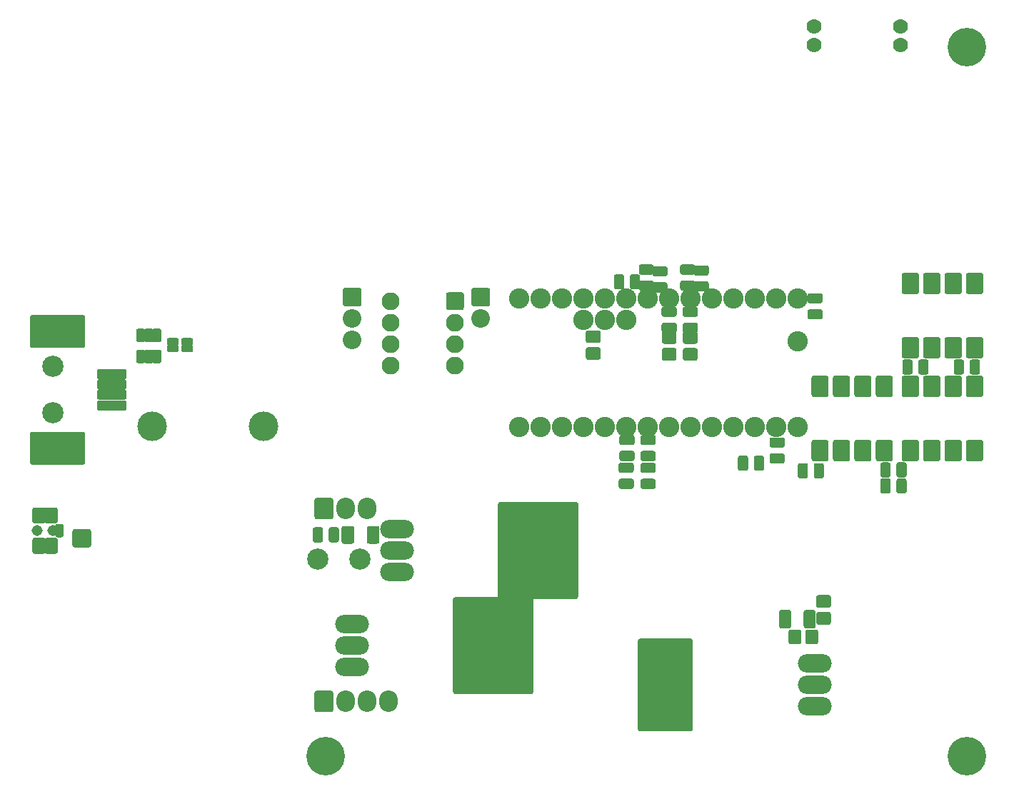
<source format=gbs>
G04 #@! TF.GenerationSoftware,KiCad,Pcbnew,5.1.9+dfsg1-1~bpo10+1*
G04 #@! TF.CreationDate,2021-11-10T17:09:55+00:00*
G04 #@! TF.ProjectId,dropbot_control_board,64726f70-626f-4745-9f63-6f6e74726f6c,v3.6*
G04 #@! TF.SameCoordinates,Original*
G04 #@! TF.FileFunction,Soldermask,Bot*
G04 #@! TF.FilePolarity,Negative*
%FSLAX46Y46*%
G04 Gerber Fmt 4.6, Leading zero omitted, Abs format (unit mm)*
G04 Created by KiCad (PCBNEW 5.1.9+dfsg1-1~bpo10+1) date 2021-11-10 17:09:55*
%MOMM*%
%LPD*%
G01*
G04 APERTURE LIST*
%ADD10C,3.508000*%
%ADD11O,2.235200X2.540000*%
%ADD12O,4.008120X2.207260*%
%ADD13C,2.506980*%
%ADD14C,1.778000*%
%ADD15C,4.572000*%
%ADD16C,1.308000*%
%ADD17C,2.508000*%
%ADD18O,2.208000X2.208000*%
%ADD19O,2.108000X2.108000*%
%ADD20C,2.408000*%
G04 APERTURE END LIST*
D10*
X60570000Y-69900000D03*
X47430000Y-69900000D03*
G36*
G01*
X68630600Y-103821000D02*
X66903400Y-103821000D01*
G75*
G02*
X66649400Y-103567000I0J254000D01*
G01*
X66649400Y-101535000D01*
G75*
G02*
X66903400Y-101281000I254000J0D01*
G01*
X68630600Y-101281000D01*
G75*
G02*
X68884600Y-101535000I0J-254000D01*
G01*
X68884600Y-103567000D01*
G75*
G02*
X68630600Y-103821000I-254000J0D01*
G01*
G37*
D11*
X70307000Y-102551000D03*
X72847000Y-102551000D03*
X75387000Y-102551000D03*
D12*
X76403000Y-84644000D03*
X76403000Y-87184000D03*
X76403000Y-82104000D03*
G36*
G01*
X97667000Y-90398000D02*
X88667000Y-90398000D01*
G75*
G02*
X88413000Y-90144000I0J254000D01*
G01*
X88413000Y-79144000D01*
G75*
G02*
X88667000Y-78890000I254000J0D01*
G01*
X97667000Y-78890000D01*
G75*
G02*
X97921000Y-79144000I0J-254000D01*
G01*
X97921000Y-90144000D01*
G75*
G02*
X97667000Y-90398000I-254000J0D01*
G01*
G37*
X71069000Y-95947000D03*
X71069000Y-98487000D03*
X71069000Y-93407000D03*
G36*
G01*
X92333000Y-101701000D02*
X83333000Y-101701000D01*
G75*
G02*
X83079000Y-101447000I0J254000D01*
G01*
X83079000Y-90447000D01*
G75*
G02*
X83333000Y-90193000I254000J0D01*
G01*
X92333000Y-90193000D01*
G75*
G02*
X92587000Y-90447000I0J-254000D01*
G01*
X92587000Y-101447000D01*
G75*
G02*
X92333000Y-101701000I-254000J0D01*
G01*
G37*
X126000000Y-100600000D03*
X126000000Y-98060000D03*
X126000000Y-103140000D03*
G36*
G01*
X105236000Y-95096000D02*
X111236000Y-95096000D01*
G75*
G02*
X111490000Y-95350000I0J-254000D01*
G01*
X111490000Y-105850000D01*
G75*
G02*
X111236000Y-106104000I-254000J0D01*
G01*
X105236000Y-106104000D01*
G75*
G02*
X104982000Y-105850000I0J254000D01*
G01*
X104982000Y-95350000D01*
G75*
G02*
X105236000Y-95096000I254000J0D01*
G01*
G37*
G36*
G01*
X136274000Y-66206000D02*
X136274000Y-64174000D01*
G75*
G02*
X136528000Y-63920000I254000J0D01*
G01*
X138052000Y-63920000D01*
G75*
G02*
X138306000Y-64174000I0J-254000D01*
G01*
X138306000Y-66206000D01*
G75*
G02*
X138052000Y-66460000I-254000J0D01*
G01*
X136528000Y-66460000D01*
G75*
G02*
X136274000Y-66206000I0J254000D01*
G01*
G37*
G36*
G01*
X138814000Y-66206000D02*
X138814000Y-64174000D01*
G75*
G02*
X139068000Y-63920000I254000J0D01*
G01*
X140592000Y-63920000D01*
G75*
G02*
X140846000Y-64174000I0J-254000D01*
G01*
X140846000Y-66206000D01*
G75*
G02*
X140592000Y-66460000I-254000J0D01*
G01*
X139068000Y-66460000D01*
G75*
G02*
X138814000Y-66206000I0J254000D01*
G01*
G37*
G36*
G01*
X141354000Y-66206000D02*
X141354000Y-64174000D01*
G75*
G02*
X141608000Y-63920000I254000J0D01*
G01*
X143132000Y-63920000D01*
G75*
G02*
X143386000Y-64174000I0J-254000D01*
G01*
X143386000Y-66206000D01*
G75*
G02*
X143132000Y-66460000I-254000J0D01*
G01*
X141608000Y-66460000D01*
G75*
G02*
X141354000Y-66206000I0J254000D01*
G01*
G37*
G36*
G01*
X143894000Y-66206000D02*
X143894000Y-64174000D01*
G75*
G02*
X144148000Y-63920000I254000J0D01*
G01*
X145672000Y-63920000D01*
G75*
G02*
X145926000Y-64174000I0J-254000D01*
G01*
X145926000Y-66206000D01*
G75*
G02*
X145672000Y-66460000I-254000J0D01*
G01*
X144148000Y-66460000D01*
G75*
G02*
X143894000Y-66206000I0J254000D01*
G01*
G37*
G36*
G01*
X143894000Y-73826000D02*
X143894000Y-71794000D01*
G75*
G02*
X144148000Y-71540000I254000J0D01*
G01*
X145672000Y-71540000D01*
G75*
G02*
X145926000Y-71794000I0J-254000D01*
G01*
X145926000Y-73826000D01*
G75*
G02*
X145672000Y-74080000I-254000J0D01*
G01*
X144148000Y-74080000D01*
G75*
G02*
X143894000Y-73826000I0J254000D01*
G01*
G37*
G36*
G01*
X141354000Y-73826000D02*
X141354000Y-71794000D01*
G75*
G02*
X141608000Y-71540000I254000J0D01*
G01*
X143132000Y-71540000D01*
G75*
G02*
X143386000Y-71794000I0J-254000D01*
G01*
X143386000Y-73826000D01*
G75*
G02*
X143132000Y-74080000I-254000J0D01*
G01*
X141608000Y-74080000D01*
G75*
G02*
X141354000Y-73826000I0J254000D01*
G01*
G37*
G36*
G01*
X138814000Y-73826000D02*
X138814000Y-71794000D01*
G75*
G02*
X139068000Y-71540000I254000J0D01*
G01*
X140592000Y-71540000D01*
G75*
G02*
X140846000Y-71794000I0J-254000D01*
G01*
X140846000Y-73826000D01*
G75*
G02*
X140592000Y-74080000I-254000J0D01*
G01*
X139068000Y-74080000D01*
G75*
G02*
X138814000Y-73826000I0J254000D01*
G01*
G37*
G36*
G01*
X136274000Y-73826000D02*
X136274000Y-71794000D01*
G75*
G02*
X136528000Y-71540000I254000J0D01*
G01*
X138052000Y-71540000D01*
G75*
G02*
X138306000Y-71794000I0J-254000D01*
G01*
X138306000Y-73826000D01*
G75*
G02*
X138052000Y-74080000I-254000J0D01*
G01*
X136528000Y-74080000D01*
G75*
G02*
X136274000Y-73826000I0J254000D01*
G01*
G37*
G36*
G01*
X135226000Y-71794000D02*
X135226000Y-73826000D01*
G75*
G02*
X134972000Y-74080000I-254000J0D01*
G01*
X133448000Y-74080000D01*
G75*
G02*
X133194000Y-73826000I0J254000D01*
G01*
X133194000Y-71794000D01*
G75*
G02*
X133448000Y-71540000I254000J0D01*
G01*
X134972000Y-71540000D01*
G75*
G02*
X135226000Y-71794000I0J-254000D01*
G01*
G37*
G36*
G01*
X132686000Y-71794000D02*
X132686000Y-73826000D01*
G75*
G02*
X132432000Y-74080000I-254000J0D01*
G01*
X130908000Y-74080000D01*
G75*
G02*
X130654000Y-73826000I0J254000D01*
G01*
X130654000Y-71794000D01*
G75*
G02*
X130908000Y-71540000I254000J0D01*
G01*
X132432000Y-71540000D01*
G75*
G02*
X132686000Y-71794000I0J-254000D01*
G01*
G37*
G36*
G01*
X130146000Y-71794000D02*
X130146000Y-73826000D01*
G75*
G02*
X129892000Y-74080000I-254000J0D01*
G01*
X128368000Y-74080000D01*
G75*
G02*
X128114000Y-73826000I0J254000D01*
G01*
X128114000Y-71794000D01*
G75*
G02*
X128368000Y-71540000I254000J0D01*
G01*
X129892000Y-71540000D01*
G75*
G02*
X130146000Y-71794000I0J-254000D01*
G01*
G37*
G36*
G01*
X127606000Y-71794000D02*
X127606000Y-73826000D01*
G75*
G02*
X127352000Y-74080000I-254000J0D01*
G01*
X125828000Y-74080000D01*
G75*
G02*
X125574000Y-73826000I0J254000D01*
G01*
X125574000Y-71794000D01*
G75*
G02*
X125828000Y-71540000I254000J0D01*
G01*
X127352000Y-71540000D01*
G75*
G02*
X127606000Y-71794000I0J-254000D01*
G01*
G37*
G36*
G01*
X127606000Y-64174000D02*
X127606000Y-66206000D01*
G75*
G02*
X127352000Y-66460000I-254000J0D01*
G01*
X125828000Y-66460000D01*
G75*
G02*
X125574000Y-66206000I0J254000D01*
G01*
X125574000Y-64174000D01*
G75*
G02*
X125828000Y-63920000I254000J0D01*
G01*
X127352000Y-63920000D01*
G75*
G02*
X127606000Y-64174000I0J-254000D01*
G01*
G37*
G36*
G01*
X130146000Y-64174000D02*
X130146000Y-66206000D01*
G75*
G02*
X129892000Y-66460000I-254000J0D01*
G01*
X128368000Y-66460000D01*
G75*
G02*
X128114000Y-66206000I0J254000D01*
G01*
X128114000Y-64174000D01*
G75*
G02*
X128368000Y-63920000I254000J0D01*
G01*
X129892000Y-63920000D01*
G75*
G02*
X130146000Y-64174000I0J-254000D01*
G01*
G37*
G36*
G01*
X132686000Y-64174000D02*
X132686000Y-66206000D01*
G75*
G02*
X132432000Y-66460000I-254000J0D01*
G01*
X130908000Y-66460000D01*
G75*
G02*
X130654000Y-66206000I0J254000D01*
G01*
X130654000Y-64174000D01*
G75*
G02*
X130908000Y-63920000I254000J0D01*
G01*
X132432000Y-63920000D01*
G75*
G02*
X132686000Y-64174000I0J-254000D01*
G01*
G37*
G36*
G01*
X135226000Y-64174000D02*
X135226000Y-66206000D01*
G75*
G02*
X134972000Y-66460000I-254000J0D01*
G01*
X133448000Y-66460000D01*
G75*
G02*
X133194000Y-66206000I0J254000D01*
G01*
X133194000Y-64174000D01*
G75*
G02*
X133448000Y-63920000I254000J0D01*
G01*
X134972000Y-63920000D01*
G75*
G02*
X135226000Y-64174000I0J-254000D01*
G01*
G37*
G36*
G01*
X68630600Y-80961000D02*
X66903400Y-80961000D01*
G75*
G02*
X66649400Y-80707000I0J254000D01*
G01*
X66649400Y-78675000D01*
G75*
G02*
X66903400Y-78421000I254000J0D01*
G01*
X68630600Y-78421000D01*
G75*
G02*
X68884600Y-78675000I0J-254000D01*
G01*
X68884600Y-80707000D01*
G75*
G02*
X68630600Y-80961000I-254000J0D01*
G01*
G37*
D11*
X70307000Y-79691000D03*
X72847000Y-79691000D03*
D13*
X72044360Y-85660000D03*
X67043100Y-85660000D03*
G36*
G01*
X142446000Y-63550000D02*
X142446000Y-62250000D01*
G75*
G02*
X142700000Y-61996000I254000J0D01*
G01*
X143400000Y-61996000D01*
G75*
G02*
X143654000Y-62250000I0J-254000D01*
G01*
X143654000Y-63550000D01*
G75*
G02*
X143400000Y-63804000I-254000J0D01*
G01*
X142700000Y-63804000D01*
G75*
G02*
X142446000Y-63550000I0J254000D01*
G01*
G37*
G36*
G01*
X144346000Y-63550000D02*
X144346000Y-62250000D01*
G75*
G02*
X144600000Y-61996000I254000J0D01*
G01*
X145300000Y-61996000D01*
G75*
G02*
X145554000Y-62250000I0J-254000D01*
G01*
X145554000Y-63550000D01*
G75*
G02*
X145300000Y-63804000I-254000J0D01*
G01*
X144600000Y-63804000D01*
G75*
G02*
X144346000Y-63550000I0J254000D01*
G01*
G37*
G36*
G01*
X139454000Y-62250000D02*
X139454000Y-63550000D01*
G75*
G02*
X139200000Y-63804000I-254000J0D01*
G01*
X138500000Y-63804000D01*
G75*
G02*
X138246000Y-63550000I0J254000D01*
G01*
X138246000Y-62250000D01*
G75*
G02*
X138500000Y-61996000I254000J0D01*
G01*
X139200000Y-61996000D01*
G75*
G02*
X139454000Y-62250000I0J-254000D01*
G01*
G37*
G36*
G01*
X137554000Y-62250000D02*
X137554000Y-63550000D01*
G75*
G02*
X137300000Y-63804000I-254000J0D01*
G01*
X136600000Y-63804000D01*
G75*
G02*
X136346000Y-63550000I0J254000D01*
G01*
X136346000Y-62250000D01*
G75*
G02*
X136600000Y-61996000I254000J0D01*
G01*
X137300000Y-61996000D01*
G75*
G02*
X137554000Y-62250000I0J-254000D01*
G01*
G37*
G36*
G01*
X136854000Y-76350000D02*
X136854000Y-77650000D01*
G75*
G02*
X136600000Y-77904000I-254000J0D01*
G01*
X135900000Y-77904000D01*
G75*
G02*
X135646000Y-77650000I0J254000D01*
G01*
X135646000Y-76350000D01*
G75*
G02*
X135900000Y-76096000I254000J0D01*
G01*
X136600000Y-76096000D01*
G75*
G02*
X136854000Y-76350000I0J-254000D01*
G01*
G37*
G36*
G01*
X134954000Y-76350000D02*
X134954000Y-77650000D01*
G75*
G02*
X134700000Y-77904000I-254000J0D01*
G01*
X134000000Y-77904000D01*
G75*
G02*
X133746000Y-77650000I0J254000D01*
G01*
X133746000Y-76350000D01*
G75*
G02*
X134000000Y-76096000I254000J0D01*
G01*
X134700000Y-76096000D01*
G75*
G02*
X134954000Y-76350000I0J-254000D01*
G01*
G37*
G36*
G01*
X123946000Y-75850000D02*
X123946000Y-74550000D01*
G75*
G02*
X124200000Y-74296000I254000J0D01*
G01*
X124900000Y-74296000D01*
G75*
G02*
X125154000Y-74550000I0J-254000D01*
G01*
X125154000Y-75850000D01*
G75*
G02*
X124900000Y-76104000I-254000J0D01*
G01*
X124200000Y-76104000D01*
G75*
G02*
X123946000Y-75850000I0J254000D01*
G01*
G37*
G36*
G01*
X125846000Y-75850000D02*
X125846000Y-74550000D01*
G75*
G02*
X126100000Y-74296000I254000J0D01*
G01*
X126800000Y-74296000D01*
G75*
G02*
X127054000Y-74550000I0J-254000D01*
G01*
X127054000Y-75850000D01*
G75*
G02*
X126800000Y-76104000I-254000J0D01*
G01*
X126100000Y-76104000D01*
G75*
G02*
X125846000Y-75850000I0J254000D01*
G01*
G37*
G36*
G01*
X136854000Y-74450000D02*
X136854000Y-75750000D01*
G75*
G02*
X136600000Y-76004000I-254000J0D01*
G01*
X135900000Y-76004000D01*
G75*
G02*
X135646000Y-75750000I0J254000D01*
G01*
X135646000Y-74450000D01*
G75*
G02*
X135900000Y-74196000I254000J0D01*
G01*
X136600000Y-74196000D01*
G75*
G02*
X136854000Y-74450000I0J-254000D01*
G01*
G37*
G36*
G01*
X134954000Y-74450000D02*
X134954000Y-75750000D01*
G75*
G02*
X134700000Y-76004000I-254000J0D01*
G01*
X134000000Y-76004000D01*
G75*
G02*
X133746000Y-75750000I0J254000D01*
G01*
X133746000Y-74450000D01*
G75*
G02*
X134000000Y-74196000I254000J0D01*
G01*
X134700000Y-74196000D01*
G75*
G02*
X134954000Y-74450000I0J-254000D01*
G01*
G37*
G36*
G01*
X121746000Y-93650000D02*
X121746000Y-91950000D01*
G75*
G02*
X122000000Y-91696000I254000J0D01*
G01*
X122900000Y-91696000D01*
G75*
G02*
X123154000Y-91950000I0J-254000D01*
G01*
X123154000Y-93650000D01*
G75*
G02*
X122900000Y-93904000I-254000J0D01*
G01*
X122000000Y-93904000D01*
G75*
G02*
X121746000Y-93650000I0J254000D01*
G01*
G37*
G36*
G01*
X124646000Y-93650000D02*
X124646000Y-91950000D01*
G75*
G02*
X124900000Y-91696000I254000J0D01*
G01*
X125800000Y-91696000D01*
G75*
G02*
X126054000Y-91950000I0J-254000D01*
G01*
X126054000Y-93650000D01*
G75*
G02*
X125800000Y-93904000I-254000J0D01*
G01*
X124900000Y-93904000D01*
G75*
G02*
X124646000Y-93650000I0J254000D01*
G01*
G37*
G36*
G01*
X111550000Y-53854000D02*
X110250000Y-53854000D01*
G75*
G02*
X109996000Y-53600000I0J254000D01*
G01*
X109996000Y-52900000D01*
G75*
G02*
X110250000Y-52646000I254000J0D01*
G01*
X111550000Y-52646000D01*
G75*
G02*
X111804000Y-52900000I0J-254000D01*
G01*
X111804000Y-53600000D01*
G75*
G02*
X111550000Y-53854000I-254000J0D01*
G01*
G37*
G36*
G01*
X111550000Y-51954000D02*
X110250000Y-51954000D01*
G75*
G02*
X109996000Y-51700000I0J254000D01*
G01*
X109996000Y-51000000D01*
G75*
G02*
X110250000Y-50746000I254000J0D01*
G01*
X111550000Y-50746000D01*
G75*
G02*
X111804000Y-51000000I0J-254000D01*
G01*
X111804000Y-51700000D01*
G75*
G02*
X111550000Y-51954000I-254000J0D01*
G01*
G37*
G36*
G01*
X106650000Y-53854000D02*
X105350000Y-53854000D01*
G75*
G02*
X105096000Y-53600000I0J254000D01*
G01*
X105096000Y-52900000D01*
G75*
G02*
X105350000Y-52646000I254000J0D01*
G01*
X106650000Y-52646000D01*
G75*
G02*
X106904000Y-52900000I0J-254000D01*
G01*
X106904000Y-53600000D01*
G75*
G02*
X106650000Y-53854000I-254000J0D01*
G01*
G37*
G36*
G01*
X106650000Y-51954000D02*
X105350000Y-51954000D01*
G75*
G02*
X105096000Y-51700000I0J254000D01*
G01*
X105096000Y-51000000D01*
G75*
G02*
X105350000Y-50746000I254000J0D01*
G01*
X106650000Y-50746000D01*
G75*
G02*
X106904000Y-51000000I0J-254000D01*
G01*
X106904000Y-51700000D01*
G75*
G02*
X106650000Y-51954000I-254000J0D01*
G01*
G37*
G36*
G01*
X105550000Y-74246000D02*
X106850000Y-74246000D01*
G75*
G02*
X107104000Y-74500000I0J-254000D01*
G01*
X107104000Y-75200000D01*
G75*
G02*
X106850000Y-75454000I-254000J0D01*
G01*
X105550000Y-75454000D01*
G75*
G02*
X105296000Y-75200000I0J254000D01*
G01*
X105296000Y-74500000D01*
G75*
G02*
X105550000Y-74246000I254000J0D01*
G01*
G37*
G36*
G01*
X105550000Y-76146000D02*
X106850000Y-76146000D01*
G75*
G02*
X107104000Y-76400000I0J-254000D01*
G01*
X107104000Y-77100000D01*
G75*
G02*
X106850000Y-77354000I-254000J0D01*
G01*
X105550000Y-77354000D01*
G75*
G02*
X105296000Y-77100000I0J254000D01*
G01*
X105296000Y-76400000D01*
G75*
G02*
X105550000Y-76146000I254000J0D01*
G01*
G37*
G36*
G01*
X102950000Y-74246000D02*
X104250000Y-74246000D01*
G75*
G02*
X104504000Y-74500000I0J-254000D01*
G01*
X104504000Y-75200000D01*
G75*
G02*
X104250000Y-75454000I-254000J0D01*
G01*
X102950000Y-75454000D01*
G75*
G02*
X102696000Y-75200000I0J254000D01*
G01*
X102696000Y-74500000D01*
G75*
G02*
X102950000Y-74246000I254000J0D01*
G01*
G37*
G36*
G01*
X102950000Y-76146000D02*
X104250000Y-76146000D01*
G75*
G02*
X104504000Y-76400000I0J-254000D01*
G01*
X104504000Y-77100000D01*
G75*
G02*
X104250000Y-77354000I-254000J0D01*
G01*
X102950000Y-77354000D01*
G75*
G02*
X102696000Y-77100000I0J254000D01*
G01*
X102696000Y-76400000D01*
G75*
G02*
X102950000Y-76146000I254000J0D01*
G01*
G37*
D14*
X136130800Y-22473200D03*
X125869200Y-22473200D03*
X136130800Y-24733800D03*
X125869200Y-24733800D03*
G36*
G01*
X108075000Y-58646000D02*
X109325000Y-58646000D01*
G75*
G02*
X109579000Y-58900000I0J-254000D01*
G01*
X109579000Y-59900000D01*
G75*
G02*
X109325000Y-60154000I-254000J0D01*
G01*
X108075000Y-60154000D01*
G75*
G02*
X107821000Y-59900000I0J254000D01*
G01*
X107821000Y-58900000D01*
G75*
G02*
X108075000Y-58646000I254000J0D01*
G01*
G37*
G36*
G01*
X108075000Y-60646000D02*
X109325000Y-60646000D01*
G75*
G02*
X109579000Y-60900000I0J-254000D01*
G01*
X109579000Y-61900000D01*
G75*
G02*
X109325000Y-62154000I-254000J0D01*
G01*
X108075000Y-62154000D01*
G75*
G02*
X107821000Y-61900000I0J254000D01*
G01*
X107821000Y-60900000D01*
G75*
G02*
X108075000Y-60646000I254000J0D01*
G01*
G37*
G36*
G01*
X111825000Y-62154000D02*
X110575000Y-62154000D01*
G75*
G02*
X110321000Y-61900000I0J254000D01*
G01*
X110321000Y-60900000D01*
G75*
G02*
X110575000Y-60646000I254000J0D01*
G01*
X111825000Y-60646000D01*
G75*
G02*
X112079000Y-60900000I0J-254000D01*
G01*
X112079000Y-61900000D01*
G75*
G02*
X111825000Y-62154000I-254000J0D01*
G01*
G37*
G36*
G01*
X111825000Y-60154000D02*
X110575000Y-60154000D01*
G75*
G02*
X110321000Y-59900000I0J254000D01*
G01*
X110321000Y-58900000D01*
G75*
G02*
X110575000Y-58646000I254000J0D01*
G01*
X111825000Y-58646000D01*
G75*
G02*
X112079000Y-58900000I0J-254000D01*
G01*
X112079000Y-59900000D01*
G75*
G02*
X111825000Y-60154000I-254000J0D01*
G01*
G37*
G36*
G01*
X105254000Y-52150000D02*
X105254000Y-53450000D01*
G75*
G02*
X105000000Y-53704000I-254000J0D01*
G01*
X104300000Y-53704000D01*
G75*
G02*
X104046000Y-53450000I0J254000D01*
G01*
X104046000Y-52150000D01*
G75*
G02*
X104300000Y-51896000I254000J0D01*
G01*
X105000000Y-51896000D01*
G75*
G02*
X105254000Y-52150000I0J-254000D01*
G01*
G37*
G36*
G01*
X103354000Y-52150000D02*
X103354000Y-53450000D01*
G75*
G02*
X103100000Y-53704000I-254000J0D01*
G01*
X102400000Y-53704000D01*
G75*
G02*
X102146000Y-53450000I0J254000D01*
G01*
X102146000Y-52150000D01*
G75*
G02*
X102400000Y-51896000I254000J0D01*
G01*
X103100000Y-51896000D01*
G75*
G02*
X103354000Y-52150000I0J-254000D01*
G01*
G37*
G36*
G01*
X66446000Y-83450000D02*
X66446000Y-82150000D01*
G75*
G02*
X66700000Y-81896000I254000J0D01*
G01*
X67400000Y-81896000D01*
G75*
G02*
X67654000Y-82150000I0J-254000D01*
G01*
X67654000Y-83450000D01*
G75*
G02*
X67400000Y-83704000I-254000J0D01*
G01*
X66700000Y-83704000D01*
G75*
G02*
X66446000Y-83450000I0J254000D01*
G01*
G37*
G36*
G01*
X68346000Y-83450000D02*
X68346000Y-82150000D01*
G75*
G02*
X68600000Y-81896000I254000J0D01*
G01*
X69300000Y-81896000D01*
G75*
G02*
X69554000Y-82150000I0J-254000D01*
G01*
X69554000Y-83450000D01*
G75*
G02*
X69300000Y-83704000I-254000J0D01*
G01*
X68600000Y-83704000D01*
G75*
G02*
X68346000Y-83450000I0J254000D01*
G01*
G37*
G36*
G01*
X104350000Y-74054000D02*
X103050000Y-74054000D01*
G75*
G02*
X102796000Y-73800000I0J254000D01*
G01*
X102796000Y-73100000D01*
G75*
G02*
X103050000Y-72846000I254000J0D01*
G01*
X104350000Y-72846000D01*
G75*
G02*
X104604000Y-73100000I0J-254000D01*
G01*
X104604000Y-73800000D01*
G75*
G02*
X104350000Y-74054000I-254000J0D01*
G01*
G37*
G36*
G01*
X104350000Y-72154000D02*
X103050000Y-72154000D01*
G75*
G02*
X102796000Y-71900000I0J254000D01*
G01*
X102796000Y-71200000D01*
G75*
G02*
X103050000Y-70946000I254000J0D01*
G01*
X104350000Y-70946000D01*
G75*
G02*
X104604000Y-71200000I0J-254000D01*
G01*
X104604000Y-71900000D01*
G75*
G02*
X104350000Y-72154000I-254000J0D01*
G01*
G37*
G36*
G01*
X106850000Y-74054000D02*
X105550000Y-74054000D01*
G75*
G02*
X105296000Y-73800000I0J254000D01*
G01*
X105296000Y-73100000D01*
G75*
G02*
X105550000Y-72846000I254000J0D01*
G01*
X106850000Y-72846000D01*
G75*
G02*
X107104000Y-73100000I0J-254000D01*
G01*
X107104000Y-73800000D01*
G75*
G02*
X106850000Y-74054000I-254000J0D01*
G01*
G37*
G36*
G01*
X106850000Y-72154000D02*
X105550000Y-72154000D01*
G75*
G02*
X105296000Y-71900000I0J254000D01*
G01*
X105296000Y-71200000D01*
G75*
G02*
X105550000Y-70946000I254000J0D01*
G01*
X106850000Y-70946000D01*
G75*
G02*
X107104000Y-71200000I0J-254000D01*
G01*
X107104000Y-71900000D01*
G75*
G02*
X106850000Y-72154000I-254000J0D01*
G01*
G37*
G36*
G01*
X109350000Y-58854000D02*
X108050000Y-58854000D01*
G75*
G02*
X107796000Y-58600000I0J254000D01*
G01*
X107796000Y-57900000D01*
G75*
G02*
X108050000Y-57646000I254000J0D01*
G01*
X109350000Y-57646000D01*
G75*
G02*
X109604000Y-57900000I0J-254000D01*
G01*
X109604000Y-58600000D01*
G75*
G02*
X109350000Y-58854000I-254000J0D01*
G01*
G37*
G36*
G01*
X109350000Y-56954000D02*
X108050000Y-56954000D01*
G75*
G02*
X107796000Y-56700000I0J254000D01*
G01*
X107796000Y-56000000D01*
G75*
G02*
X108050000Y-55746000I254000J0D01*
G01*
X109350000Y-55746000D01*
G75*
G02*
X109604000Y-56000000I0J-254000D01*
G01*
X109604000Y-56700000D01*
G75*
G02*
X109350000Y-56954000I-254000J0D01*
G01*
G37*
G36*
G01*
X111850000Y-58854000D02*
X110550000Y-58854000D01*
G75*
G02*
X110296000Y-58600000I0J254000D01*
G01*
X110296000Y-57900000D01*
G75*
G02*
X110550000Y-57646000I254000J0D01*
G01*
X111850000Y-57646000D01*
G75*
G02*
X112104000Y-57900000I0J-254000D01*
G01*
X112104000Y-58600000D01*
G75*
G02*
X111850000Y-58854000I-254000J0D01*
G01*
G37*
G36*
G01*
X111850000Y-56954000D02*
X110550000Y-56954000D01*
G75*
G02*
X110296000Y-56700000I0J254000D01*
G01*
X110296000Y-56000000D01*
G75*
G02*
X110550000Y-55746000I254000J0D01*
G01*
X111850000Y-55746000D01*
G75*
G02*
X112104000Y-56000000I0J-254000D01*
G01*
X112104000Y-56700000D01*
G75*
G02*
X111850000Y-56954000I-254000J0D01*
G01*
G37*
G36*
G01*
X106950000Y-50946000D02*
X108250000Y-50946000D01*
G75*
G02*
X108504000Y-51200000I0J-254000D01*
G01*
X108504000Y-51900000D01*
G75*
G02*
X108250000Y-52154000I-254000J0D01*
G01*
X106950000Y-52154000D01*
G75*
G02*
X106696000Y-51900000I0J254000D01*
G01*
X106696000Y-51200000D01*
G75*
G02*
X106950000Y-50946000I254000J0D01*
G01*
G37*
G36*
G01*
X106950000Y-52846000D02*
X108250000Y-52846000D01*
G75*
G02*
X108504000Y-53100000I0J-254000D01*
G01*
X108504000Y-53800000D01*
G75*
G02*
X108250000Y-54054000I-254000J0D01*
G01*
X106950000Y-54054000D01*
G75*
G02*
X106696000Y-53800000I0J254000D01*
G01*
X106696000Y-53100000D01*
G75*
G02*
X106950000Y-52846000I254000J0D01*
G01*
G37*
G36*
G01*
X111850000Y-50846000D02*
X113150000Y-50846000D01*
G75*
G02*
X113404000Y-51100000I0J-254000D01*
G01*
X113404000Y-51800000D01*
G75*
G02*
X113150000Y-52054000I-254000J0D01*
G01*
X111850000Y-52054000D01*
G75*
G02*
X111596000Y-51800000I0J254000D01*
G01*
X111596000Y-51100000D01*
G75*
G02*
X111850000Y-50846000I254000J0D01*
G01*
G37*
G36*
G01*
X111850000Y-52746000D02*
X113150000Y-52746000D01*
G75*
G02*
X113404000Y-53000000I0J-254000D01*
G01*
X113404000Y-53700000D01*
G75*
G02*
X113150000Y-53954000I-254000J0D01*
G01*
X111850000Y-53954000D01*
G75*
G02*
X111596000Y-53700000I0J254000D01*
G01*
X111596000Y-53000000D01*
G75*
G02*
X111850000Y-52746000I254000J0D01*
G01*
G37*
D15*
X144000000Y-25000000D03*
G36*
G01*
X119954000Y-73650000D02*
X119954000Y-74950000D01*
G75*
G02*
X119700000Y-75204000I-254000J0D01*
G01*
X119000000Y-75204000D01*
G75*
G02*
X118746000Y-74950000I0J254000D01*
G01*
X118746000Y-73650000D01*
G75*
G02*
X119000000Y-73396000I254000J0D01*
G01*
X119700000Y-73396000D01*
G75*
G02*
X119954000Y-73650000I0J-254000D01*
G01*
G37*
G36*
G01*
X118054000Y-73650000D02*
X118054000Y-74950000D01*
G75*
G02*
X117800000Y-75204000I-254000J0D01*
G01*
X117100000Y-75204000D01*
G75*
G02*
X116846000Y-74950000I0J254000D01*
G01*
X116846000Y-73650000D01*
G75*
G02*
X117100000Y-73396000I254000J0D01*
G01*
X117800000Y-73396000D01*
G75*
G02*
X118054000Y-73650000I0J-254000D01*
G01*
G37*
G36*
G01*
X122150000Y-74354000D02*
X120850000Y-74354000D01*
G75*
G02*
X120596000Y-74100000I0J254000D01*
G01*
X120596000Y-73400000D01*
G75*
G02*
X120850000Y-73146000I254000J0D01*
G01*
X122150000Y-73146000D01*
G75*
G02*
X122404000Y-73400000I0J-254000D01*
G01*
X122404000Y-74100000D01*
G75*
G02*
X122150000Y-74354000I-254000J0D01*
G01*
G37*
G36*
G01*
X122150000Y-72454000D02*
X120850000Y-72454000D01*
G75*
G02*
X120596000Y-72200000I0J254000D01*
G01*
X120596000Y-71500000D01*
G75*
G02*
X120850000Y-71246000I254000J0D01*
G01*
X122150000Y-71246000D01*
G75*
G02*
X122404000Y-71500000I0J-254000D01*
G01*
X122404000Y-72200000D01*
G75*
G02*
X122150000Y-72454000I-254000J0D01*
G01*
G37*
G36*
G01*
X125350000Y-54146000D02*
X126650000Y-54146000D01*
G75*
G02*
X126904000Y-54400000I0J-254000D01*
G01*
X126904000Y-55100000D01*
G75*
G02*
X126650000Y-55354000I-254000J0D01*
G01*
X125350000Y-55354000D01*
G75*
G02*
X125096000Y-55100000I0J254000D01*
G01*
X125096000Y-54400000D01*
G75*
G02*
X125350000Y-54146000I254000J0D01*
G01*
G37*
G36*
G01*
X125350000Y-56046000D02*
X126650000Y-56046000D01*
G75*
G02*
X126904000Y-56300000I0J-254000D01*
G01*
X126904000Y-57000000D01*
G75*
G02*
X126650000Y-57254000I-254000J0D01*
G01*
X125350000Y-57254000D01*
G75*
G02*
X125096000Y-57000000I0J254000D01*
G01*
X125096000Y-56300000D01*
G75*
G02*
X125350000Y-56046000I254000J0D01*
G01*
G37*
X68000000Y-109000000D03*
X144000000Y-109000000D03*
G36*
G01*
X74354000Y-82000000D02*
X74354000Y-83600000D01*
G75*
G02*
X74100000Y-83854000I-254000J0D01*
G01*
X73100000Y-83854000D01*
G75*
G02*
X72846000Y-83600000I0J254000D01*
G01*
X72846000Y-82000000D01*
G75*
G02*
X73100000Y-81746000I254000J0D01*
G01*
X74100000Y-81746000D01*
G75*
G02*
X74354000Y-82000000I0J-254000D01*
G01*
G37*
G36*
G01*
X71354000Y-82000000D02*
X71354000Y-83600000D01*
G75*
G02*
X71100000Y-83854000I-254000J0D01*
G01*
X70100000Y-83854000D01*
G75*
G02*
X69846000Y-83600000I0J254000D01*
G01*
X69846000Y-82000000D01*
G75*
G02*
X70100000Y-81746000I254000J0D01*
G01*
X71100000Y-81746000D01*
G75*
G02*
X71354000Y-82000000I0J-254000D01*
G01*
G37*
G36*
G01*
X37946000Y-84050000D02*
X37946000Y-82350000D01*
G75*
G02*
X38200000Y-82096000I254000J0D01*
G01*
X39900000Y-82096000D01*
G75*
G02*
X40154000Y-82350000I0J-254000D01*
G01*
X40154000Y-84050000D01*
G75*
G02*
X39900000Y-84304000I-254000J0D01*
G01*
X38200000Y-84304000D01*
G75*
G02*
X37946000Y-84050000I0J254000D01*
G01*
G37*
G36*
G01*
X36650000Y-83104000D02*
X36150000Y-83104000D01*
G75*
G02*
X35896000Y-82850000I0J254000D01*
G01*
X35896000Y-81750000D01*
G75*
G02*
X36150000Y-81496000I254000J0D01*
G01*
X36650000Y-81496000D01*
G75*
G02*
X36904000Y-81750000I0J-254000D01*
G01*
X36904000Y-82850000D01*
G75*
G02*
X36650000Y-83104000I-254000J0D01*
G01*
G37*
D16*
X33800000Y-82300000D03*
G36*
G01*
X34500000Y-81454000D02*
X33450000Y-81454000D01*
G75*
G02*
X33196000Y-81200000I0J254000D01*
G01*
X33196000Y-79800000D01*
G75*
G02*
X33450000Y-79546000I254000J0D01*
G01*
X34500000Y-79546000D01*
G75*
G02*
X34754000Y-79800000I0J-254000D01*
G01*
X34754000Y-81200000D01*
G75*
G02*
X34500000Y-81454000I-254000J0D01*
G01*
G37*
G36*
G01*
X34500000Y-85054000D02*
X33450000Y-85054000D01*
G75*
G02*
X33196000Y-84800000I0J254000D01*
G01*
X33196000Y-83400000D01*
G75*
G02*
X33450000Y-83146000I254000J0D01*
G01*
X34500000Y-83146000D01*
G75*
G02*
X34754000Y-83400000I0J-254000D01*
G01*
X34754000Y-84800000D01*
G75*
G02*
X34500000Y-85054000I-254000J0D01*
G01*
G37*
G36*
G01*
X35950000Y-81454000D02*
X34900000Y-81454000D01*
G75*
G02*
X34646000Y-81200000I0J254000D01*
G01*
X34646000Y-79800000D01*
G75*
G02*
X34900000Y-79546000I254000J0D01*
G01*
X35950000Y-79546000D01*
G75*
G02*
X36204000Y-79800000I0J-254000D01*
G01*
X36204000Y-81200000D01*
G75*
G02*
X35950000Y-81454000I-254000J0D01*
G01*
G37*
G36*
G01*
X35950000Y-85054000D02*
X34900000Y-85054000D01*
G75*
G02*
X34646000Y-84800000I0J254000D01*
G01*
X34646000Y-83400000D01*
G75*
G02*
X34900000Y-83146000I254000J0D01*
G01*
X35950000Y-83146000D01*
G75*
G02*
X36204000Y-83400000I0J-254000D01*
G01*
X36204000Y-84800000D01*
G75*
G02*
X35950000Y-85054000I-254000J0D01*
G01*
G37*
X35600000Y-82300000D03*
G36*
G01*
X41111800Y-63122230D02*
X44109000Y-63122230D01*
G75*
G02*
X44363000Y-63376230I0J-254000D01*
G01*
X44363000Y-64087430D01*
G75*
G02*
X44109000Y-64341430I-254000J0D01*
G01*
X41111800Y-64341430D01*
G75*
G02*
X40857800Y-64087430I0J254000D01*
G01*
X40857800Y-63376230D01*
G75*
G02*
X41111800Y-63122230I254000J0D01*
G01*
G37*
G36*
G01*
X41111800Y-64366830D02*
X44109000Y-64366830D01*
G75*
G02*
X44363000Y-64620830I0J-254000D01*
G01*
X44363000Y-65332030D01*
G75*
G02*
X44109000Y-65586030I-254000J0D01*
G01*
X41111800Y-65586030D01*
G75*
G02*
X40857800Y-65332030I0J254000D01*
G01*
X40857800Y-64620830D01*
G75*
G02*
X41111800Y-64366830I254000J0D01*
G01*
G37*
G36*
G01*
X41111800Y-65561430D02*
X44109000Y-65561430D01*
G75*
G02*
X44363000Y-65815430I0J-254000D01*
G01*
X44363000Y-66526630D01*
G75*
G02*
X44109000Y-66780630I-254000J0D01*
G01*
X41111800Y-66780630D01*
G75*
G02*
X40857800Y-66526630I0J254000D01*
G01*
X40857800Y-65815430D01*
G75*
G02*
X41111800Y-65561430I254000J0D01*
G01*
G37*
G36*
G01*
X41111800Y-66856030D02*
X44109000Y-66856030D01*
G75*
G02*
X44363000Y-67110030I0J-254000D01*
G01*
X44363000Y-67821230D01*
G75*
G02*
X44109000Y-68075230I-254000J0D01*
G01*
X41111800Y-68075230D01*
G75*
G02*
X40857800Y-67821230I0J254000D01*
G01*
X40857800Y-67110030D01*
G75*
G02*
X41111800Y-66856030I254000J0D01*
G01*
G37*
G36*
G01*
X33159059Y-56723970D02*
X39204261Y-56723970D01*
G75*
G02*
X39458260Y-56977969I0J-253999D01*
G01*
X39458260Y-60381571D01*
G75*
G02*
X39204261Y-60635570I-253999J0D01*
G01*
X33159059Y-60635570D01*
G75*
G02*
X32905060Y-60381571I0J253999D01*
G01*
X32905060Y-56977969D01*
G75*
G02*
X33159059Y-56723970I253999J0D01*
G01*
G37*
G36*
G01*
X33159059Y-70564430D02*
X39204261Y-70564430D01*
G75*
G02*
X39458260Y-70818429I0J-253999D01*
G01*
X39458260Y-74222031D01*
G75*
G02*
X39204261Y-74476030I-253999J0D01*
G01*
X33159059Y-74476030D01*
G75*
G02*
X32905060Y-74222031I0J253999D01*
G01*
X32905060Y-70818429D01*
G75*
G02*
X33159059Y-70564430I253999J0D01*
G01*
G37*
D17*
X35600000Y-62842830D03*
X35600000Y-68354630D03*
G36*
G01*
X70016000Y-55460000D02*
X70016000Y-53760000D01*
G75*
G02*
X70270000Y-53506000I254000J0D01*
G01*
X71970000Y-53506000D01*
G75*
G02*
X72224000Y-53760000I0J-254000D01*
G01*
X72224000Y-55460000D01*
G75*
G02*
X71970000Y-55714000I-254000J0D01*
G01*
X70270000Y-55714000D01*
G75*
G02*
X70016000Y-55460000I0J254000D01*
G01*
G37*
D18*
X71120000Y-57150000D03*
X71120000Y-59690000D03*
G36*
G01*
X85256000Y-55460000D02*
X85256000Y-53760000D01*
G75*
G02*
X85510000Y-53506000I254000J0D01*
G01*
X87210000Y-53506000D01*
G75*
G02*
X87464000Y-53760000I0J-254000D01*
G01*
X87464000Y-55460000D01*
G75*
G02*
X87210000Y-55714000I-254000J0D01*
G01*
X85510000Y-55714000D01*
G75*
G02*
X85256000Y-55460000I0J254000D01*
G01*
G37*
X86360000Y-57150000D03*
G36*
G01*
X84354000Y-54300000D02*
X84354000Y-55900000D01*
G75*
G02*
X84100000Y-56154000I-254000J0D01*
G01*
X82500000Y-56154000D01*
G75*
G02*
X82246000Y-55900000I0J254000D01*
G01*
X82246000Y-54300000D01*
G75*
G02*
X82500000Y-54046000I254000J0D01*
G01*
X84100000Y-54046000D01*
G75*
G02*
X84354000Y-54300000I0J-254000D01*
G01*
G37*
D19*
X75680000Y-62720000D03*
X83300000Y-57640000D03*
X75680000Y-60180000D03*
X83300000Y-60180000D03*
X75680000Y-57640000D03*
X83300000Y-62720000D03*
X75680000Y-55100000D03*
G36*
G01*
X145926000Y-59594000D02*
X145926000Y-61626000D01*
G75*
G02*
X145672000Y-61880000I-254000J0D01*
G01*
X144148000Y-61880000D01*
G75*
G02*
X143894000Y-61626000I0J254000D01*
G01*
X143894000Y-59594000D01*
G75*
G02*
X144148000Y-59340000I254000J0D01*
G01*
X145672000Y-59340000D01*
G75*
G02*
X145926000Y-59594000I0J-254000D01*
G01*
G37*
G36*
G01*
X143386000Y-59594000D02*
X143386000Y-61626000D01*
G75*
G02*
X143132000Y-61880000I-254000J0D01*
G01*
X141608000Y-61880000D01*
G75*
G02*
X141354000Y-61626000I0J254000D01*
G01*
X141354000Y-59594000D01*
G75*
G02*
X141608000Y-59340000I254000J0D01*
G01*
X143132000Y-59340000D01*
G75*
G02*
X143386000Y-59594000I0J-254000D01*
G01*
G37*
G36*
G01*
X140846000Y-59594000D02*
X140846000Y-61626000D01*
G75*
G02*
X140592000Y-61880000I-254000J0D01*
G01*
X139068000Y-61880000D01*
G75*
G02*
X138814000Y-61626000I0J254000D01*
G01*
X138814000Y-59594000D01*
G75*
G02*
X139068000Y-59340000I254000J0D01*
G01*
X140592000Y-59340000D01*
G75*
G02*
X140846000Y-59594000I0J-254000D01*
G01*
G37*
G36*
G01*
X138306000Y-59594000D02*
X138306000Y-61626000D01*
G75*
G02*
X138052000Y-61880000I-254000J0D01*
G01*
X136528000Y-61880000D01*
G75*
G02*
X136274000Y-61626000I0J254000D01*
G01*
X136274000Y-59594000D01*
G75*
G02*
X136528000Y-59340000I254000J0D01*
G01*
X138052000Y-59340000D01*
G75*
G02*
X138306000Y-59594000I0J-254000D01*
G01*
G37*
G36*
G01*
X138306000Y-51974000D02*
X138306000Y-54006000D01*
G75*
G02*
X138052000Y-54260000I-254000J0D01*
G01*
X136528000Y-54260000D01*
G75*
G02*
X136274000Y-54006000I0J254000D01*
G01*
X136274000Y-51974000D01*
G75*
G02*
X136528000Y-51720000I254000J0D01*
G01*
X138052000Y-51720000D01*
G75*
G02*
X138306000Y-51974000I0J-254000D01*
G01*
G37*
G36*
G01*
X140846000Y-51974000D02*
X140846000Y-54006000D01*
G75*
G02*
X140592000Y-54260000I-254000J0D01*
G01*
X139068000Y-54260000D01*
G75*
G02*
X138814000Y-54006000I0J254000D01*
G01*
X138814000Y-51974000D01*
G75*
G02*
X139068000Y-51720000I254000J0D01*
G01*
X140592000Y-51720000D01*
G75*
G02*
X140846000Y-51974000I0J-254000D01*
G01*
G37*
G36*
G01*
X143386000Y-51974000D02*
X143386000Y-54006000D01*
G75*
G02*
X143132000Y-54260000I-254000J0D01*
G01*
X141608000Y-54260000D01*
G75*
G02*
X141354000Y-54006000I0J254000D01*
G01*
X141354000Y-51974000D01*
G75*
G02*
X141608000Y-51720000I254000J0D01*
G01*
X143132000Y-51720000D01*
G75*
G02*
X143386000Y-51974000I0J-254000D01*
G01*
G37*
G36*
G01*
X145926000Y-51974000D02*
X145926000Y-54006000D01*
G75*
G02*
X145672000Y-54260000I-254000J0D01*
G01*
X144148000Y-54260000D01*
G75*
G02*
X143894000Y-54006000I0J254000D01*
G01*
X143894000Y-51974000D01*
G75*
G02*
X144148000Y-51720000I254000J0D01*
G01*
X145672000Y-51720000D01*
G75*
G02*
X145926000Y-51974000I0J-254000D01*
G01*
G37*
G36*
G01*
X126354000Y-94275000D02*
X126354000Y-95525000D01*
G75*
G02*
X126100000Y-95779000I-254000J0D01*
G01*
X125100000Y-95779000D01*
G75*
G02*
X124846000Y-95525000I0J254000D01*
G01*
X124846000Y-94275000D01*
G75*
G02*
X125100000Y-94021000I254000J0D01*
G01*
X126100000Y-94021000D01*
G75*
G02*
X126354000Y-94275000I0J-254000D01*
G01*
G37*
G36*
G01*
X124354000Y-94275000D02*
X124354000Y-95525000D01*
G75*
G02*
X124100000Y-95779000I-254000J0D01*
G01*
X123100000Y-95779000D01*
G75*
G02*
X122846000Y-95525000I0J254000D01*
G01*
X122846000Y-94275000D01*
G75*
G02*
X123100000Y-94021000I254000J0D01*
G01*
X124100000Y-94021000D01*
G75*
G02*
X124354000Y-94275000I0J-254000D01*
G01*
G37*
G36*
G01*
X126375000Y-89946000D02*
X127625000Y-89946000D01*
G75*
G02*
X127879000Y-90200000I0J-254000D01*
G01*
X127879000Y-91200000D01*
G75*
G02*
X127625000Y-91454000I-254000J0D01*
G01*
X126375000Y-91454000D01*
G75*
G02*
X126121000Y-91200000I0J254000D01*
G01*
X126121000Y-90200000D01*
G75*
G02*
X126375000Y-89946000I254000J0D01*
G01*
G37*
G36*
G01*
X126375000Y-91946000D02*
X127625000Y-91946000D01*
G75*
G02*
X127879000Y-92200000I0J-254000D01*
G01*
X127879000Y-93200000D01*
G75*
G02*
X127625000Y-93454000I-254000J0D01*
G01*
X126375000Y-93454000D01*
G75*
G02*
X126121000Y-93200000I0J254000D01*
G01*
X126121000Y-92200000D01*
G75*
G02*
X126375000Y-91946000I254000J0D01*
G01*
G37*
G36*
G01*
X100325000Y-62054000D02*
X99075000Y-62054000D01*
G75*
G02*
X98821000Y-61800000I0J254000D01*
G01*
X98821000Y-60800000D01*
G75*
G02*
X99075000Y-60546000I254000J0D01*
G01*
X100325000Y-60546000D01*
G75*
G02*
X100579000Y-60800000I0J-254000D01*
G01*
X100579000Y-61800000D01*
G75*
G02*
X100325000Y-62054000I-254000J0D01*
G01*
G37*
G36*
G01*
X100325000Y-60054000D02*
X99075000Y-60054000D01*
G75*
G02*
X98821000Y-59800000I0J254000D01*
G01*
X98821000Y-58800000D01*
G75*
G02*
X99075000Y-58546000I254000J0D01*
G01*
X100325000Y-58546000D01*
G75*
G02*
X100579000Y-58800000I0J-254000D01*
G01*
X100579000Y-59800000D01*
G75*
G02*
X100325000Y-60054000I-254000J0D01*
G01*
G37*
G36*
G01*
X48503680Y-61099770D02*
X48503680Y-62199590D01*
G75*
G02*
X48249680Y-62453590I-254000J0D01*
G01*
X47650240Y-62453590D01*
G75*
G02*
X47396240Y-62199590I0J254000D01*
G01*
X47396240Y-61099770D01*
G75*
G02*
X47650240Y-60845770I254000J0D01*
G01*
X48249680Y-60845770D01*
G75*
G02*
X48503680Y-61099770I0J-254000D01*
G01*
G37*
G36*
G01*
X47553720Y-61099770D02*
X47553720Y-62199590D01*
G75*
G02*
X47299720Y-62453590I-254000J0D01*
G01*
X46700280Y-62453590D01*
G75*
G02*
X46446280Y-62199590I0J254000D01*
G01*
X46446280Y-61099770D01*
G75*
G02*
X46700280Y-60845770I254000J0D01*
G01*
X47299720Y-60845770D01*
G75*
G02*
X47553720Y-61099770I0J-254000D01*
G01*
G37*
G36*
G01*
X46603760Y-61099770D02*
X46603760Y-62199590D01*
G75*
G02*
X46349760Y-62453590I-254000J0D01*
G01*
X45750320Y-62453590D01*
G75*
G02*
X45496320Y-62199590I0J254000D01*
G01*
X45496320Y-61099770D01*
G75*
G02*
X45750320Y-60845770I254000J0D01*
G01*
X46349760Y-60845770D01*
G75*
G02*
X46603760Y-61099770I0J-254000D01*
G01*
G37*
G36*
G01*
X46603760Y-58600410D02*
X46603760Y-59700230D01*
G75*
G02*
X46349760Y-59954230I-254000J0D01*
G01*
X45750320Y-59954230D01*
G75*
G02*
X45496320Y-59700230I0J254000D01*
G01*
X45496320Y-58600410D01*
G75*
G02*
X45750320Y-58346410I254000J0D01*
G01*
X46349760Y-58346410D01*
G75*
G02*
X46603760Y-58600410I0J-254000D01*
G01*
G37*
G36*
G01*
X47553720Y-58600410D02*
X47553720Y-59700230D01*
G75*
G02*
X47299720Y-59954230I-254000J0D01*
G01*
X46700280Y-59954230D01*
G75*
G02*
X46446280Y-59700230I0J254000D01*
G01*
X46446280Y-58600410D01*
G75*
G02*
X46700280Y-58346410I254000J0D01*
G01*
X47299720Y-58346410D01*
G75*
G02*
X47553720Y-58600410I0J-254000D01*
G01*
G37*
G36*
G01*
X48503680Y-58600410D02*
X48503680Y-59700230D01*
G75*
G02*
X48249680Y-59954230I-254000J0D01*
G01*
X47650240Y-59954230D01*
G75*
G02*
X47396240Y-59700230I0J254000D01*
G01*
X47396240Y-58600410D01*
G75*
G02*
X47650240Y-58346410I254000J0D01*
G01*
X48249680Y-58346410D01*
G75*
G02*
X48503680Y-58600410I0J-254000D01*
G01*
G37*
G36*
G01*
X50555220Y-60499390D02*
X50555220Y-60898170D01*
G75*
G02*
X50301220Y-61152170I-254000J0D01*
G01*
X49402060Y-61152170D01*
G75*
G02*
X49148060Y-60898170I0J254000D01*
G01*
X49148060Y-60499390D01*
G75*
G02*
X49402060Y-60245390I254000J0D01*
G01*
X50301220Y-60245390D01*
G75*
G02*
X50555220Y-60499390I0J-254000D01*
G01*
G37*
G36*
G01*
X52251940Y-60499390D02*
X52251940Y-60898170D01*
G75*
G02*
X51997940Y-61152170I-254000J0D01*
G01*
X51098780Y-61152170D01*
G75*
G02*
X50844780Y-60898170I0J254000D01*
G01*
X50844780Y-60499390D01*
G75*
G02*
X51098780Y-60245390I254000J0D01*
G01*
X51997940Y-60245390D01*
G75*
G02*
X52251940Y-60499390I0J-254000D01*
G01*
G37*
G36*
G01*
X52251940Y-59701830D02*
X52251940Y-60100610D01*
G75*
G02*
X51997940Y-60354610I-254000J0D01*
G01*
X51098780Y-60354610D01*
G75*
G02*
X50844780Y-60100610I0J254000D01*
G01*
X50844780Y-59701830D01*
G75*
G02*
X51098780Y-59447830I254000J0D01*
G01*
X51997940Y-59447830D01*
G75*
G02*
X52251940Y-59701830I0J-254000D01*
G01*
G37*
G36*
G01*
X50555220Y-59701830D02*
X50555220Y-60100610D01*
G75*
G02*
X50301220Y-60354610I-254000J0D01*
G01*
X49402060Y-60354610D01*
G75*
G02*
X49148060Y-60100610I0J254000D01*
G01*
X49148060Y-59701830D01*
G75*
G02*
X49402060Y-59447830I254000J0D01*
G01*
X50301220Y-59447830D01*
G75*
G02*
X50555220Y-59701830I0J-254000D01*
G01*
G37*
D20*
X98564000Y-57320000D03*
X101104000Y-57320000D03*
X103644000Y-57320000D03*
X123964000Y-59860000D03*
X93484000Y-70020000D03*
X96024000Y-70020000D03*
X98564000Y-70020000D03*
X101104000Y-70020000D03*
X103644000Y-70020000D03*
X106184000Y-70020000D03*
X108724000Y-70020000D03*
X111264000Y-70020000D03*
X113804000Y-70020000D03*
X116344000Y-70020000D03*
X118884000Y-70020000D03*
X121424000Y-70020000D03*
X123964000Y-70020000D03*
X123964000Y-54780000D03*
X121424000Y-54780000D03*
X118884000Y-54780000D03*
X116344000Y-54780000D03*
X113804000Y-54780000D03*
X111264000Y-54780000D03*
X108724000Y-54780000D03*
X106184000Y-54780000D03*
X103644000Y-54780000D03*
X101104000Y-54780000D03*
X98564000Y-54780000D03*
X96024000Y-54780000D03*
X93484000Y-54780000D03*
X90944000Y-54780000D03*
X90944000Y-70020000D03*
M02*

</source>
